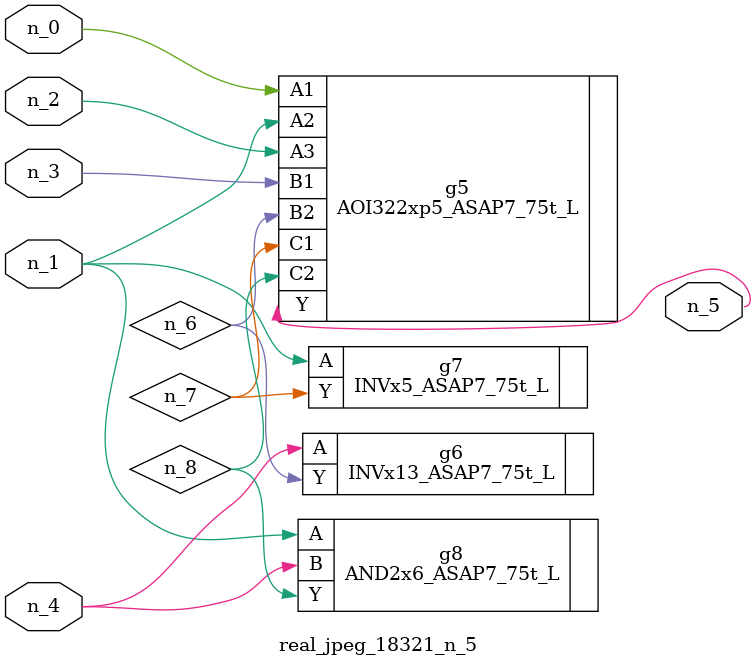
<source format=v>
module real_jpeg_18321_n_5 (n_4, n_0, n_1, n_2, n_3, n_5);

input n_4;
input n_0;
input n_1;
input n_2;
input n_3;

output n_5;

wire n_8;
wire n_6;
wire n_7;

AOI322xp5_ASAP7_75t_L g5 ( 
.A1(n_0),
.A2(n_1),
.A3(n_2),
.B1(n_3),
.B2(n_6),
.C1(n_7),
.C2(n_8),
.Y(n_5)
);

INVx5_ASAP7_75t_L g7 ( 
.A(n_1),
.Y(n_7)
);

AND2x6_ASAP7_75t_L g8 ( 
.A(n_1),
.B(n_4),
.Y(n_8)
);

INVx13_ASAP7_75t_L g6 ( 
.A(n_4),
.Y(n_6)
);


endmodule
</source>
